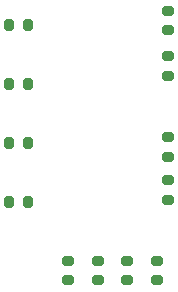
<source format=gbp>
%TF.GenerationSoftware,KiCad,Pcbnew,8.0.1*%
%TF.CreationDate,2024-08-07T00:37:21+09:00*%
%TF.ProjectId,insulation_board,696e7375-6c61-4746-996f-6e5f626f6172,rev?*%
%TF.SameCoordinates,Original*%
%TF.FileFunction,Paste,Bot*%
%TF.FilePolarity,Positive*%
%FSLAX46Y46*%
G04 Gerber Fmt 4.6, Leading zero omitted, Abs format (unit mm)*
G04 Created by KiCad (PCBNEW 8.0.1) date 2024-08-07 00:37:21*
%MOMM*%
%LPD*%
G01*
G04 APERTURE LIST*
G04 Aperture macros list*
%AMRoundRect*
0 Rectangle with rounded corners*
0 $1 Rounding radius*
0 $2 $3 $4 $5 $6 $7 $8 $9 X,Y pos of 4 corners*
0 Add a 4 corners polygon primitive as box body*
4,1,4,$2,$3,$4,$5,$6,$7,$8,$9,$2,$3,0*
0 Add four circle primitives for the rounded corners*
1,1,$1+$1,$2,$3*
1,1,$1+$1,$4,$5*
1,1,$1+$1,$6,$7*
1,1,$1+$1,$8,$9*
0 Add four rect primitives between the rounded corners*
20,1,$1+$1,$2,$3,$4,$5,0*
20,1,$1+$1,$4,$5,$6,$7,0*
20,1,$1+$1,$6,$7,$8,$9,0*
20,1,$1+$1,$8,$9,$2,$3,0*%
G04 Aperture macros list end*
%ADD10RoundRect,0.200000X-0.275000X0.200000X-0.275000X-0.200000X0.275000X-0.200000X0.275000X0.200000X0*%
%ADD11RoundRect,0.200000X-0.200000X-0.275000X0.200000X-0.275000X0.200000X0.275000X-0.200000X0.275000X0*%
%ADD12RoundRect,0.200000X0.275000X-0.200000X0.275000X0.200000X-0.275000X0.200000X-0.275000X-0.200000X0*%
G04 APERTURE END LIST*
D10*
%TO.C,R7*%
X179500000Y-67190000D03*
X179500000Y-68840000D03*
%TD*%
D11*
%TO.C,R1*%
X166000000Y-54000000D03*
X167650000Y-54000000D03*
%TD*%
D12*
%TO.C,R5*%
X179500000Y-65190000D03*
X179500000Y-63540000D03*
%TD*%
D11*
%TO.C,R4*%
X166000000Y-69000000D03*
X167650000Y-69000000D03*
%TD*%
D10*
%TO.C,R10*%
X176000000Y-74000000D03*
X176000000Y-75650000D03*
%TD*%
D11*
%TO.C,R2*%
X166000000Y-59000000D03*
X167650000Y-59000000D03*
%TD*%
D10*
%TO.C,R8*%
X179500000Y-56690000D03*
X179500000Y-58340000D03*
%TD*%
D12*
%TO.C,R6*%
X179500000Y-54500000D03*
X179500000Y-52850000D03*
%TD*%
D10*
%TO.C,R16*%
X173500000Y-74000000D03*
X173500000Y-75650000D03*
%TD*%
%TO.C,R11*%
X178500000Y-74000000D03*
X178500000Y-75650000D03*
%TD*%
%TO.C,R13*%
X171000000Y-74000000D03*
X171000000Y-75650000D03*
%TD*%
D11*
%TO.C,R3*%
X166000000Y-64000000D03*
X167650000Y-64000000D03*
%TD*%
M02*

</source>
